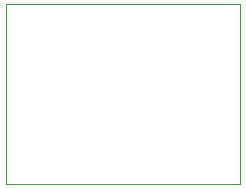
<source format=gko>
G75*
%MOIN*%
%OFA0B0*%
%FSLAX24Y24*%
%IPPOS*%
%LPD*%
%AMOC8*
5,1,8,0,0,1.08239X$1,22.5*
%
%ADD10C,0.0000*%
D10*
X001367Y000622D02*
X001367Y006603D01*
X009176Y006611D01*
X009176Y000622D01*
X001367Y000622D01*
M02*

</source>
